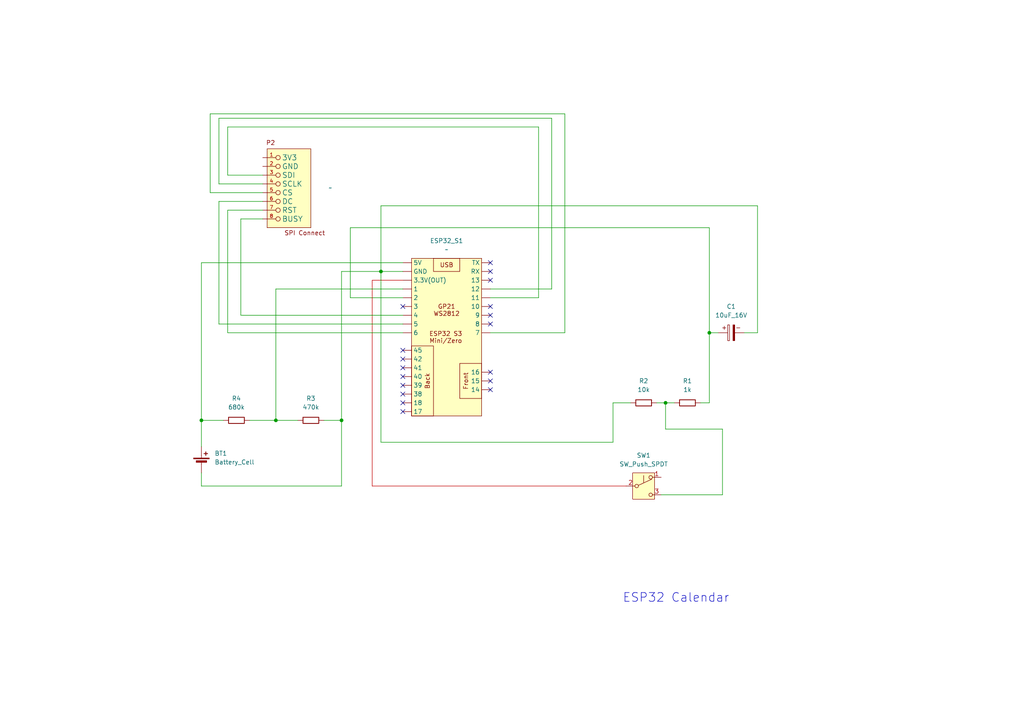
<source format=kicad_sch>
(kicad_sch (version 20250114) (generator "eeschema") (generator_version "9.0")
  (paper "A4")
  (lib_symbols
    (symbol "Device:Battery_Cell" (pin_numbers (hide yes)) (pin_names (offset 0) (hide yes))
      (property "Reference" "BT" (at 2.54 2.54 0))
      (property "Value" "Battery_Cell" (at 2.54 0 0))
      (symbol "Battery_Cell_0_1"
        (rectangle (start -2.286 1.778) (end 2.286 1.524) (fill (type outline)))
        (rectangle (start -1.524 1.016) (end 1.524 0.508) (fill (type outline)))
        (polyline (pts (xy 0 1.778) (xy 0 2.54)))
        (polyline (pts (xy 0 0.762) (xy 0 0)))
        (polyline (pts (xy 0.762 3.048) (xy 1.778 3.048)) (stroke (width 0.254)))
        (polyline (pts (xy 1.27 3.556) (xy 1.27 2.54)) (stroke (width 0.254)))
      )
      (symbol "Battery_Cell_1_1"
        (pin passive line (at 0 5.08 270) (length 2.54) (name "+") (number "1"))
        (pin passive line (at 0 -2.54 90) (length 2.54) (name "-") (number "2"))
      )
    )
    (symbol "Good Display:DESPI-C02"
      (symbol "DESPI-C02_1_0"
        (pin power_in inverted (at -3.81 1.27 0) (length 5.08) (name "3V3") (number "1"))
        (pin power_out inverted (at -3.81 -1.27 0) (length 5.08) (name "GND") (number "2"))
        (pin bidirectional inverted (at -3.81 -3.81 0) (length 5.08) (name "SDI") (number "3"))
        (pin bidirectional inverted (at -3.81 -6.35 0) (length 5.08) (name "SCLK") (number "4"))
        (pin bidirectional inverted (at -3.81 -8.89 0) (length 5.08) (name "CS") (number "5"))
        (pin bidirectional inverted (at -3.81 -11.43 0) (length 5.08) (name "DC") (number "6"))
        (pin bidirectional inverted (at -3.81 -13.97 0) (length 5.08) (name "RST") (number "7"))
        (pin bidirectional inverted (at -3.81 -16.51 0) (length 5.08) (name "BUSY") (number "8"))
      )
      (symbol "DESPI-C02_1_1"
        (rectangle (start -2.54 3.81) (end 10.16 -19.05) (fill (type background)))
        (text "P2" (at -1.524 5.588 0) (effects (font (size 1.27 1.27))))
        (text "SPI Connect" (at 8.382 -20.574 0) (effects (font (size 1.27 1.27))))
      )
    )
    (symbol "PCM_SL_Capacitors:10uF_16V"
      (property "Reference" "C" (at 0 7.62 0))
      (property "Value" "10uF_16V" (at 0 5.08 0))
      (symbol "10uF_16V_0_0"
        (text "+" (at -2.032 1.524 0) (effects (font (size 1.27 1.27))))
        (text "-" (at 2.032 1.524 0) (effects (font (size 1.27 1.27))))
      )
      (symbol "10uF_16V_0_1"
        (rectangle (start -1.016 -2.286) (end -0.508 2.286))
        (rectangle (start 0.508 -2.286) (end 1.016 2.286) (fill (type outline)))
      )
      (symbol "10uF_16V_1_1"
        (pin passive line (at -3.81 0 0) (length 2.7) (name "~") (number "1"))
        (pin input line (at 3.81 0 180) (length 2.7) (name "~") (number "2"))
      )
    )
    (symbol "PCM_SL_Resistors:10k"
      (property "Reference" "R" (at 0 5.08 0))
      (property "Value" "10k" (at 0 2.54 0))
      (symbol "10k_0_1"
        (rectangle (start -2.286 0.889) (end 2.286 -0.889) (stroke (width 0.24)))
      )
      (symbol "10k_1_1"
        (pin passive line (at -3.81 0 0) (length 1.5) (name "") (number "1"))
        (pin passive line (at 3.81 0 180) (length 1.5) (name "~") (number "2"))
      )
    )
    (symbol "PCM_SL_Resistors:1k"
      (property "Reference" "R" (at 0 5.08 0))
      (property "Value" "1k" (at 0 2.54 0))
      (symbol "1k_0_1"
        (rectangle (start -2.286 0.889) (end 2.286 -0.889) (stroke (width 0.24)))
      )
      (symbol "1k_1_1"
        (pin passive line (at -3.81 0 0) (length 1.5) (name "") (number "1"))
        (pin passive line (at 3.81 0 180) (length 1.5) (name "~") (number "2"))
      )
    )
    (symbol "PCM_SL_Resistors:470k"
      (property "Reference" "R" (at 0 5.08 0))
      (property "Value" "470k" (at 0 2.54 0))
      (symbol "470k_0_1"
        (rectangle (start -2.286 0.889) (end 2.286 -0.889) (stroke (width 0.24)))
      )
      (symbol "470k_1_1"
        (pin passive line (at -3.81 0 0) (length 1.5) (name "") (number "1"))
        (pin passive line (at 3.81 0 180) (length 1.5) (name "~") (number "2"))
      )
    )
    (symbol "PCM_SL_Resistors:680k"
      (property "Reference" "R" (at 0 5.08 0))
      (property "Value" "680k" (at 0 2.54 0))
      (symbol "680k_0_1"
        (rectangle (start -2.286 0.889) (end 2.286 -0.889) (stroke (width 0.24)))
      )
      (symbol "680k_1_1"
        (pin passive line (at -3.81 0 0) (length 1.5) (name "") (number "1"))
        (pin passive line (at 3.81 0 180) (length 1.5) (name "~") (number "2"))
      )
    )
    (symbol "Switch:SW_Push_SPDT" (pin_names (offset 0) (hide yes))
      (property "Reference" "SW" (at 0 5.08 0))
      (property "Value" "SW_Push_SPDT" (at 0 -5.08 0))
      (symbol "SW_Push_SPDT_0_0"
        (circle (center -2.032 0) (radius 0.508))
        (polyline (pts (xy 0 1.016) (xy 0 3.048)))
        (circle (center 2.032 -2.54) (radius 0.508))
      )
      (symbol "SW_Push_SPDT_0_1"
        (polyline (pts (xy -1.524 0.2032) (xy 2.3368 1.9812)))
        (circle (center 2.032 2.54) (radius 0.508))
      )
      (symbol "SW_Push_SPDT_1_1"
        (rectangle (start -3.175 3.81) (end 3.175 -3.81) (fill (type background)))
        (pin passive line (at -5.08 0 0) (length 2.54) (name "B") (number "2"))
        (pin passive line (at 5.08 2.54 180) (length 2.54) (name "A") (number "1"))
        (pin passive line (at 5.08 -2.54 180) (length 2.54) (name "C") (number "3"))
      )
    )
    (symbol "Waveshare:Waveshare_ESP32_S3_Mini_Zero"
      (property "Reference" "ESP32_S3" (at 0 24.13 0))
      (symbol "Waveshare_ESP32_S3_Mini_Zero_1_1"
        (rectangle (start -10.16 22.86) (end 10.16 -22.86) (fill (type background)))
        (text "ESP32 S3\nMini/Zero" (at -0.254 0 0) (effects (font (size 1.27 1.27))))
        (text "GP21\nWS2812" (at 0 7.874 0) (effects (font (size 1.27 1.27))))
        (text_box "Back" (at -10.16 -2.54 90) (size 6.35 -20.32) (margins 1.016 1.016 1.016 1.016) (effects (font (size 1.27 1.27)) (justify bottom)))
        (text_box "USB" (at -3.81 22.86 0) (size 7.62 -3.81) (margins 1.016 1.016 1.016 1.016) (effects (font (size 1.27 1.27))))
        (text_box "Front" (at 3.81 -7.62 90) (size 6.35 -10.16) (margins 1.016 1.016 1.016 1.016) (effects (font (size 1.27 1.27)) (justify top)))
        (pin power_in line (at -12.7 21.59 0) (length 2.54) (name "5V") (number ""))
        (pin power_in line (at -12.7 19.05 0) (length 2.54) (name "GND") (number ""))
        (pin power_out line (at -12.7 16.51 0) (length 2.54) (name "3.3V(OUT)") (number ""))
        (pin bidirectional line (at -12.7 13.97 0) (length 2.54) (name "1") (number ""))
        (pin bidirectional line (at -12.7 11.43 0) (length 2.54) (name "2") (number ""))
        (pin bidirectional line (at -12.7 8.89 0) (length 2.54) (name "3") (number ""))
        (pin bidirectional line (at -12.7 6.35 0) (length 2.54) (name "4") (number ""))
        (pin bidirectional line (at -12.7 3.81 0) (length 2.54) (name "5") (number ""))
        (pin bidirectional line (at -12.7 1.27 0) (length 2.54) (name "6") (number ""))
        (pin bidirectional line (at -12.7 -3.81 0) (length 2.54) (name "45") (number ""))
        (pin bidirectional line (at -12.7 -6.35 0) (length 2.54) (name "42") (number ""))
        (pin bidirectional line (at -12.7 -8.89 0) (length 2.54) (name "41") (number ""))
        (pin bidirectional line (at -12.7 -11.43 0) (length 2.54) (name "40") (number ""))
        (pin bidirectional line (at -12.7 -13.97 0) (length 2.54) (name "39") (number ""))
        (pin bidirectional line (at -12.7 -16.51 0) (length 2.54) (name "38") (number ""))
        (pin bidirectional line (at -12.7 -19.05 0) (length 2.54) (name "18") (number ""))
        (pin bidirectional line (at -12.7 -21.59 0) (length 2.54) (name "17") (number ""))
        (pin output line (at 12.7 21.59 180) (length 2.54) (name "TX") (number ""))
        (pin input line (at 12.7 19.05 180) (length 2.54) (name "RX") (number ""))
        (pin bidirectional line (at 12.7 16.51 180) (length 2.54) (name "13") (number ""))
        (pin bidirectional line (at 12.7 13.97 180) (length 2.54) (name "12") (number ""))
        (pin bidirectional line (at 12.7 11.43 180) (length 2.54) (name "11") (number ""))
        (pin bidirectional line (at 12.7 8.89 180) (length 2.54) (name "10") (number ""))
        (pin bidirectional line (at 12.7 6.35 180) (length 2.54) (name "9") (number ""))
        (pin bidirectional line (at 12.7 3.81 180) (length 2.54) (name "8") (number ""))
        (pin bidirectional line (at 12.7 1.27 180) (length 2.54) (name "7") (number ""))
        (pin bidirectional line (at 12.7 -10.16 180) (length 2.54) (name "16") (number ""))
        (pin bidirectional line (at 12.7 -12.7 180) (length 2.54) (name "15") (number ""))
        (pin bidirectional line (at 12.7 -15.24 180) (length 2.54) (name "14") (number ""))
      )
    )
  )
  (text "ESP32 Calendar" (at 196.088 173.482 0) (effects (font (size 2.54 2.54))))
  (junction (at 205.74 96.52))
  (junction (at 80.01 121.92))
  (junction (at 193.04 116.84))
  (junction (at 110.49 78.74))
  (junction (at 99.06 121.92))
  (junction (at 58.42 121.92))
  (no_connect (at 116.84 88.9))
  (no_connect (at 142.24 76.2))
  (no_connect (at 116.84 111.76))
  (no_connect (at 142.24 81.28))
  (no_connect (at 116.84 104.14))
  (no_connect (at 116.84 116.84))
  (no_connect (at 116.84 119.38))
  (no_connect (at 116.84 109.22))
  (no_connect (at 142.24 91.44))
  (no_connect (at 116.84 114.3))
  (no_connect (at 116.84 101.6))
  (no_connect (at 116.84 106.68))
  (no_connect (at 142.24 107.95))
  (no_connect (at 142.24 78.74))
  (no_connect (at 142.24 110.49))
  (no_connect (at 142.24 113.03))
  (no_connect (at 142.24 88.9))
  (no_connect (at 142.24 93.98))
  (wire (pts (xy 156.21 86.36) (xy 142.24 86.36)))
  (wire (pts (xy 58.42 121.92) (xy 58.42 76.2)))
  (wire (pts (xy 142.24 96.52) (xy 163.83 96.52)))
  (wire (pts (xy 66.04 60.96) (xy 66.04 96.52)))
  (wire (pts (xy 156.21 36.83) (xy 156.21 86.36)))
  (wire (pts (xy 58.42 121.92) (xy 64.77 121.92)))
  (wire (pts (xy 58.42 137.16) (xy 58.42 140.97)))
  (wire (pts (xy 72.39 121.92) (xy 80.01 121.92)))
  (wire (pts (xy 219.71 59.69) (xy 110.49 59.69)))
  (wire (pts (xy 101.6 66.04) (xy 101.6 86.36)))
  (wire (pts (xy 208.28 96.52) (xy 205.74 96.52)))
  (wire (pts (xy 58.42 76.2) (xy 116.84 76.2)))
  (wire (pts (xy 160.02 34.29) (xy 160.02 83.82)))
  (wire (pts (xy 66.04 96.52) (xy 116.84 96.52)))
  (wire (pts (xy 219.71 96.52) (xy 219.71 59.69)))
  (wire (pts (xy 63.5 53.34) (xy 63.5 34.29)))
  (wire (pts (xy 76.2 60.96) (xy 66.04 60.96)))
  (wire (pts (xy 93.98 121.92) (xy 99.06 121.92)))
  (wire (pts (xy 76.2 55.88) (xy 60.96 55.88)))
  (wire (pts (xy 101.6 86.36) (xy 116.84 86.36)))
  (wire (pts (xy 193.04 124.46) (xy 193.04 116.84)))
  (wire (pts (xy 63.5 93.98) (xy 116.84 93.98)))
  (wire (pts (xy 76.2 50.8) (xy 66.04 50.8)))
  (wire (pts (xy 69.85 91.44) (xy 116.84 91.44)))
  (wire (pts (xy 205.74 116.84) (xy 205.74 96.52)))
  (wire (pts (xy 66.04 36.83) (xy 156.21 36.83)))
  (wire (pts (xy 110.49 78.74) (xy 110.49 128.27)))
  (wire (pts (xy 99.06 78.74) (xy 110.49 78.74)))
  (wire (pts (xy 99.06 121.92) (xy 99.06 78.74)))
  (wire (pts (xy 107.95 81.28) (xy 107.95 140.97)) (stroke (width 0) (color 194 0 0 1)))
  (wire (pts (xy 205.74 96.52) (xy 205.74 66.04)))
  (wire (pts (xy 193.04 116.84) (xy 195.58 116.84)))
  (wire (pts (xy 80.01 121.92) (xy 86.36 121.92)))
  (wire (pts (xy 110.49 78.74) (xy 116.84 78.74)))
  (wire (pts (xy 76.2 58.42) (xy 63.5 58.42)))
  (wire (pts (xy 76.2 53.34) (xy 63.5 53.34)))
  (wire (pts (xy 177.8 128.27) (xy 177.8 116.84)))
  (wire (pts (xy 219.71 96.52) (xy 215.9 96.52)))
  (wire (pts (xy 80.01 83.82) (xy 80.01 121.92)))
  (wire (pts (xy 110.49 59.69) (xy 110.49 78.74)))
  (wire (pts (xy 58.42 140.97) (xy 99.06 140.97)))
  (wire (pts (xy 63.5 34.29) (xy 160.02 34.29)))
  (wire (pts (xy 191.77 143.51) (xy 209.55 143.51)))
  (wire (pts (xy 205.74 66.04) (xy 101.6 66.04)))
  (wire (pts (xy 69.85 63.5) (xy 69.85 91.44)))
  (wire (pts (xy 177.8 116.84) (xy 182.88 116.84)))
  (wire (pts (xy 190.5 116.84) (xy 193.04 116.84)))
  (wire (pts (xy 142.24 83.82) (xy 160.02 83.82)))
  (wire (pts (xy 66.04 50.8) (xy 66.04 36.83)))
  (wire (pts (xy 116.84 83.82) (xy 80.01 83.82)))
  (wire (pts (xy 205.74 116.84) (xy 203.2 116.84)))
  (wire (pts (xy 60.96 33.02) (xy 163.83 33.02)))
  (wire (pts (xy 181.61 140.97) (xy 107.95 140.97)) (stroke (width 0) (color 194 0 0 1)))
  (wire (pts (xy 58.42 129.54) (xy 58.42 121.92)))
  (wire (pts (xy 60.96 55.88) (xy 60.96 33.02)))
  (wire (pts (xy 116.84 81.28) (xy 107.95 81.28)) (stroke (width 0) (color 194 0 0 1)))
  (wire (pts (xy 76.2 63.5) (xy 69.85 63.5)))
  (wire (pts (xy 63.5 58.42) (xy 63.5 93.98)))
  (wire (pts (xy 163.83 33.02) (xy 163.83 96.52)))
  (wire (pts (xy 110.49 128.27) (xy 177.8 128.27)))
  (wire (pts (xy 209.55 124.46) (xy 193.04 124.46)))
  (wire (pts (xy 209.55 124.46) (xy 209.55 143.51)))
  (wire (pts (xy 99.06 140.97) (xy 99.06 121.92)))
  (symbol (lib_id "PCM_SL_Resistors:680k") (at 68.58 121.92 0) (unit 1)
    (property "Reference" "R4" (at 68.58 115.57 0))
    (property "Value" "680k" (at 68.58 118.11 0))
    (property "Footprint" "Resistor_THT:R_Axial_DIN0207_L6.3mm_D2.5mm_P10.16mm_Horizontal" (effects (hide yes)))
    (property "Description" "680kΩ, 1/4W Resistor" (effects (hide yes)))
  )
  (symbol (lib_id "Switch:SW_Push_SPDT") (at 186.69 140.97 0) (unit 1)
    (property "Reference" "SW1" (at 186.69 132.08 0))
    (property "Value" "SW_Push_SPDT" (at 186.69 134.62 0))
    (property "Description" "Momentary Switch, single pole double throw" (effects (hide yes)))
  )
  (symbol (lib_id "PCM_SL_Resistors:470k") (at 90.17 121.92 0) (unit 1)
    (property "Reference" "R3" (at 90.17 115.57 0))
    (property "Value" "470k" (at 90.17 118.11 0))
    (property "Footprint" "Resistor_THT:R_Axial_DIN0207_L6.3mm_D2.5mm_P10.16mm_Horizontal" (effects (hide yes)))
    (property "Description" "470kΩ, 1/4W Resistor" (effects (hide yes)))
  )
  (symbol (lib_id "Good Display:DESPI-C02") (at 80.01 46.99 0) (unit 1)
    (property "Reference" "U1" (effects (hide yes)))
    (property "Value" "~" (at 95.25 54.4829 0) (effects (justify left)))
  )
  (symbol (lib_id "Device:Battery_Cell") (at 58.42 134.62 0) (unit 1)
    (property "Reference" "BT1" (at 62.23 131.5084 0) (effects (justify left)))
    (property "Value" "Battery_Cell" (at 62.23 134.0484 0) (effects (justify left)))
    (property "Description" "Single-cell battery" (effects (hide yes)))
  )
  (symbol (lib_id "PCM_SL_Resistors:1k") (at 199.39 116.84 0) (unit 1)
    (property "Reference" "R1" (at 199.39 110.49 0))
    (property "Value" "1k" (at 199.39 113.03 0))
    (property "Footprint" "Resistor_THT:R_Axial_DIN0207_L6.3mm_D2.5mm_P10.16mm_Horizontal" (effects (hide yes)))
    (property "Description" "1kΩ, 1/4W Resistor" (effects (hide yes)))
  )
  (symbol (lib_id "PCM_SL_Capacitors:10uF_16V") (at 212.09 96.52 0) (unit 1)
    (property "Reference" "C1" (at 212.09 88.9 0))
    (property "Value" "10uF_16V" (at 212.09 91.44 0))
    (property "Footprint" "Capacitor_THT:CP_Radial_D5.0mm_P2.00mm" (effects (hide yes)))
    (property "Description" "10uF, 16V Electrolytic Capacitor" (effects (hide yes)))
  )
  (symbol (lib_id "PCM_SL_Resistors:10k") (at 186.69 116.84 0) (unit 1)
    (property "Reference" "R2" (at 186.69 110.49 0))
    (property "Value" "10k" (at 186.69 113.03 0))
    (property "Footprint" "Resistor_THT:R_Axial_DIN0207_L6.3mm_D2.5mm_P10.16mm_Horizontal" (effects (hide yes)))
    (property "Description" "10kΩ, 1/4W Resistor" (effects (hide yes)))
  )
  (symbol (lib_id "Waveshare:Waveshare_ESP32_S3_Mini_Zero") (at 129.54 97.79 0) (unit 1)
    (property "Reference" "ESP32_S1" (at 129.54 69.85 0))
    (property "Value" "~" (at 129.54 72.39 0))
  )
)
</source>
